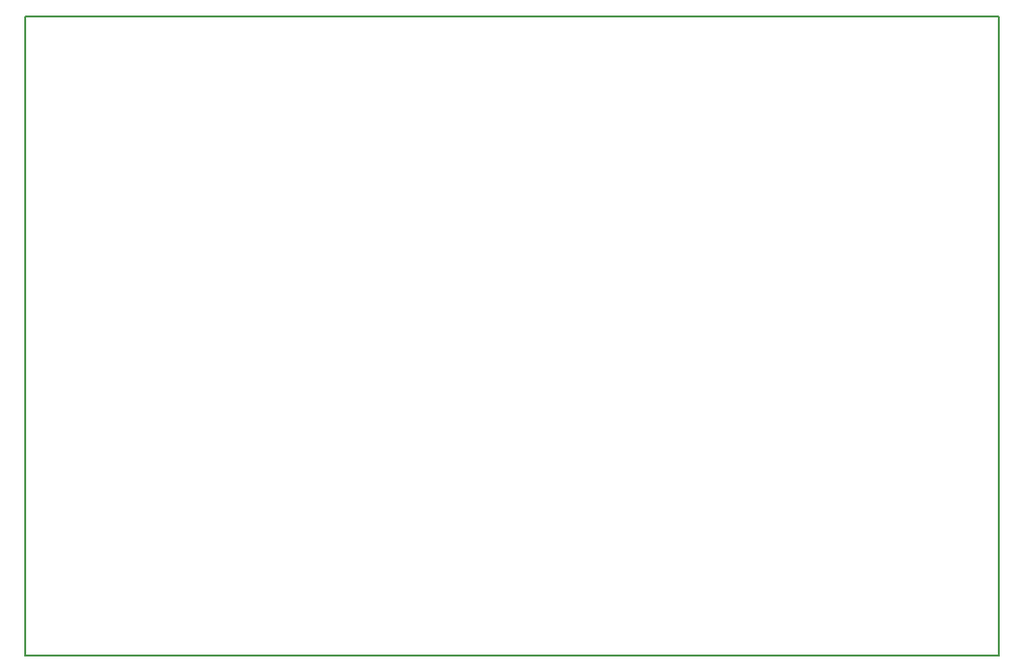
<source format=gbr>
G04 (created by PCBNEW (2013-03-15 BZR 4003)-stable) date 14-Jun-13 12:24:45 PM*
%MOIN*%
G04 Gerber Fmt 3.4, Leading zero omitted, Abs format*
%FSLAX34Y34*%
G01*
G70*
G90*
G04 APERTURE LIST*
%ADD10C,2.3622e-006*%
%ADD11C,0.005*%
G04 APERTURE END LIST*
G54D10*
G54D11*
X43500Y-32000D02*
X43500Y-10000D01*
X10000Y-10000D02*
X43500Y-10000D01*
X43500Y-32000D02*
X10000Y-32000D01*
X10000Y-32000D02*
X10000Y-10000D01*
M02*

</source>
